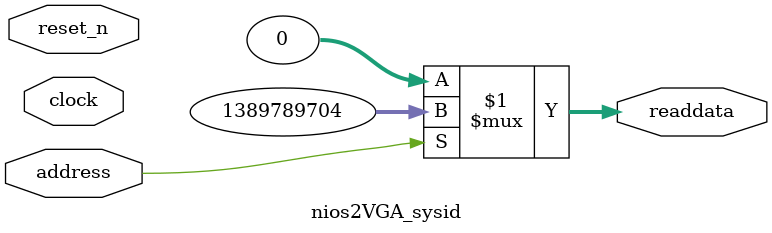
<source format=v>

`timescale 1ns / 1ps
// synthesis translate_on

// turn off superfluous verilog processor warnings 
// altera message_level Level1 
// altera message_off 10034 10035 10036 10037 10230 10240 10030 

module nios2VGA_sysid (
               // inputs:
                address,
                clock,
                reset_n,

               // outputs:
                readdata
             )
;

  output  [ 31: 0] readdata;
  input            address;
  input            clock;
  input            reset_n;

  wire    [ 31: 0] readdata;
  //control_slave, which is an e_avalon_slave
  assign readdata = address ? 1389789704 : 0;

endmodule




</source>
